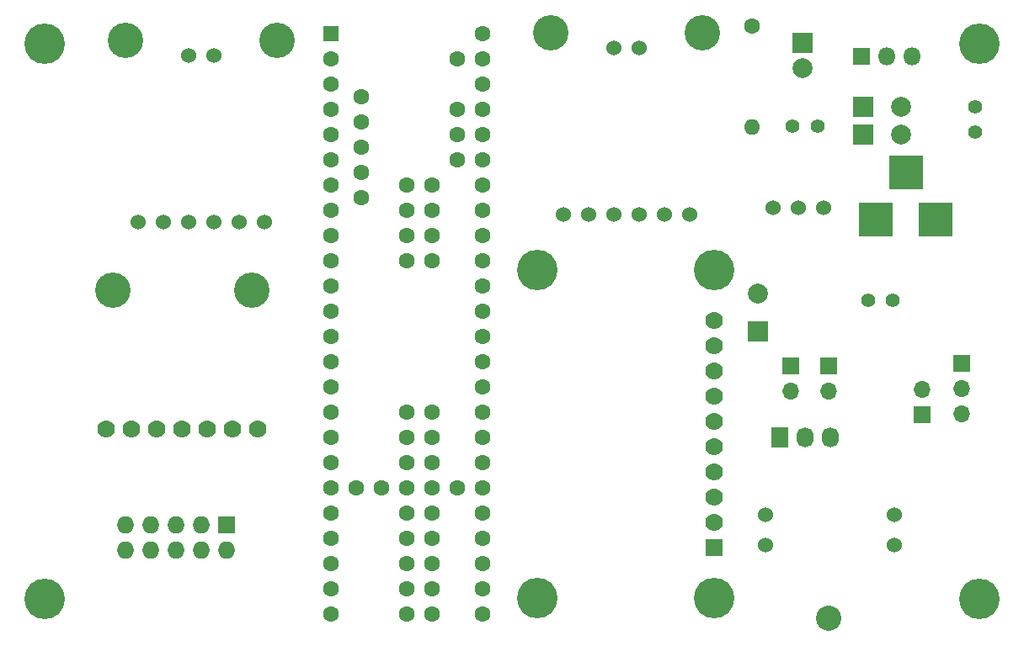
<source format=gbr>
G04 #@! TF.FileFunction,Soldermask,Bot*
%FSLAX46Y46*%
G04 Gerber Fmt 4.6, Leading zero omitted, Abs format (unit mm)*
G04 Created by KiCad (PCBNEW 4.0.6) date Monday, July 24, 2017 'PMt' 06:30:09 PM*
%MOMM*%
%LPD*%
G01*
G04 APERTURE LIST*
%ADD10C,0.100000*%
%ADD11C,4.064000*%
%ADD12C,1.778000*%
%ADD13R,1.778000X1.778000*%
%ADD14C,1.524000*%
%ADD15C,2.540000*%
%ADD16C,3.556000*%
%ADD17C,1.600000*%
%ADD18R,1.600000X1.600000*%
%ADD19R,3.500120X3.500120*%
%ADD20R,2.000000X2.000000*%
%ADD21C,2.000000*%
%ADD22R,1.727200X1.727200*%
%ADD23O,1.727200X1.727200*%
%ADD24R,1.727200X2.032000*%
%ADD25O,1.727200X2.032000*%
%ADD26O,1.600000X1.600000*%
%ADD27R,1.800000X1.800000*%
%ADD28O,1.800000X1.800000*%
%ADD29C,1.998980*%
%ADD30R,1.998980X1.998980*%
%ADD31R,1.700000X1.700000*%
%ADD32O,1.700000X1.700000*%
%ADD33C,1.400000*%
G04 APERTURE END LIST*
D10*
D11*
X158750000Y-103378000D03*
X158750000Y-136398000D03*
X176530000Y-136398000D03*
D12*
X176530000Y-121158000D03*
X176530000Y-123698000D03*
X176530000Y-126238000D03*
X176530000Y-128778000D03*
D13*
X176530000Y-131318000D03*
D12*
X176530000Y-118618000D03*
X176530000Y-116078000D03*
X176530000Y-113538000D03*
X176530000Y-110998000D03*
X176530000Y-108458000D03*
D11*
X176530000Y-103378000D03*
D14*
X194691000Y-131064000D03*
X181737000Y-131064000D03*
X181737000Y-128016000D03*
X194691000Y-128016000D03*
D15*
X188087000Y-138430000D03*
D14*
X169037000Y-81026000D03*
X166497000Y-81026000D03*
X161417000Y-97790000D03*
X163957000Y-97790000D03*
X166497000Y-97790000D03*
X169037000Y-97790000D03*
X171577000Y-97790000D03*
X174117000Y-97790000D03*
D16*
X160147000Y-79502000D03*
X175387000Y-79502000D03*
D14*
X126238000Y-81788000D03*
X123698000Y-81788000D03*
X118618000Y-98552000D03*
X121158000Y-98552000D03*
X123698000Y-98552000D03*
X126238000Y-98552000D03*
X128778000Y-98552000D03*
X131318000Y-98552000D03*
D16*
X117348000Y-80264000D03*
X132588000Y-80264000D03*
D17*
X138049000Y-120269000D03*
X138049000Y-122809000D03*
X138049000Y-125349000D03*
X138049000Y-127889000D03*
X138049000Y-117729000D03*
X138049000Y-115189000D03*
X138049000Y-112649000D03*
X138049000Y-130429000D03*
X138049000Y-132969000D03*
X138049000Y-135509000D03*
X138049000Y-138049000D03*
X140589000Y-125349000D03*
X143129000Y-125349000D03*
X145669000Y-125349000D03*
X148209000Y-125349000D03*
X150749000Y-125349000D03*
X153289000Y-138049000D03*
X153289000Y-135509000D03*
X153289000Y-132969000D03*
X153289000Y-130429000D03*
X153289000Y-127889000D03*
X153289000Y-125349000D03*
X153289000Y-122809000D03*
X153289000Y-120269000D03*
X138049000Y-110109000D03*
X138049000Y-107569000D03*
X138049000Y-105029000D03*
X138049000Y-102489000D03*
X138049000Y-99949000D03*
X138049000Y-97409000D03*
X138049000Y-94869000D03*
X138049000Y-92329000D03*
X138049000Y-89789000D03*
X138049000Y-87249000D03*
X138049000Y-84709000D03*
X138049000Y-82169000D03*
D18*
X138049000Y-79629000D03*
D17*
X153289000Y-117729000D03*
X153289000Y-115189000D03*
X153289000Y-112649000D03*
X153289000Y-110109000D03*
X153289000Y-107569000D03*
X153289000Y-105029000D03*
X153289000Y-102489000D03*
X153289000Y-99949000D03*
X153289000Y-97409000D03*
X153289000Y-94869000D03*
X153289000Y-92329000D03*
X153289000Y-89789000D03*
X153289000Y-87249000D03*
X153289000Y-84709000D03*
X153289000Y-82169000D03*
X153289000Y-79629000D03*
X150749000Y-82169000D03*
X150749000Y-87249000D03*
X150749000Y-89789000D03*
X150749000Y-92329000D03*
X145669000Y-94869000D03*
X145669000Y-97409000D03*
X145669000Y-99949000D03*
X145669000Y-102489000D03*
X145669000Y-117729000D03*
X145669000Y-120269000D03*
X145669000Y-122809000D03*
X145669000Y-127889000D03*
X145669000Y-130429000D03*
X145669000Y-132969000D03*
X145669000Y-135509000D03*
X145669000Y-138049000D03*
X148209000Y-138049000D03*
X148209000Y-135509000D03*
X148209000Y-132969000D03*
X148209000Y-130429000D03*
X148209000Y-127889000D03*
X148209000Y-122809000D03*
X148209000Y-120269000D03*
X148209000Y-117729000D03*
X148209000Y-102489000D03*
X148209000Y-99949000D03*
X148209000Y-97409000D03*
X148209000Y-94869000D03*
X141049000Y-85979000D03*
X141049000Y-88519000D03*
X141049000Y-91059000D03*
X141049000Y-93599000D03*
X141049000Y-96139000D03*
D16*
X130048000Y-105410000D03*
X116078000Y-105410000D03*
D12*
X123063000Y-119380000D03*
X125603000Y-119380000D03*
X128143000Y-119380000D03*
X130683000Y-119380000D03*
X120523000Y-119380000D03*
X117983000Y-119380000D03*
X115443000Y-119380000D03*
D19*
X192808860Y-98298000D03*
X198808340Y-98298000D03*
X195808600Y-93599000D03*
D20*
X185420000Y-80518000D03*
D21*
X185420000Y-83058000D03*
D22*
X127508000Y-129032000D03*
D23*
X127508000Y-131572000D03*
X124968000Y-129032000D03*
X124968000Y-131572000D03*
X122428000Y-129032000D03*
X122428000Y-131572000D03*
X119888000Y-129032000D03*
X119888000Y-131572000D03*
X117348000Y-129032000D03*
X117348000Y-131572000D03*
D24*
X183134000Y-120269000D03*
D25*
X185674000Y-120269000D03*
X188214000Y-120269000D03*
D17*
X180340000Y-78867000D03*
D26*
X180340000Y-89027000D03*
D14*
X185039000Y-97155000D03*
X187579000Y-97155000D03*
X182499000Y-97155000D03*
D27*
X191389000Y-81915000D03*
D28*
X193929000Y-81915000D03*
X196469000Y-81915000D03*
D11*
X109220000Y-80645000D03*
X109220000Y-136525000D03*
X203200000Y-136525000D03*
X203200000Y-80645000D03*
D29*
X180975000Y-105791000D03*
D30*
X180975000Y-109601000D03*
D29*
X195326000Y-86995000D03*
D30*
X191516000Y-86995000D03*
D29*
X195326000Y-89789000D03*
D30*
X191516000Y-89789000D03*
D31*
X184277000Y-113030000D03*
D32*
X184277000Y-115570000D03*
D31*
X188087000Y-113030000D03*
D32*
X188087000Y-115570000D03*
D31*
X201422000Y-112776000D03*
D32*
X201422000Y-115316000D03*
X201422000Y-117856000D03*
D31*
X197485000Y-117983000D03*
D32*
X197485000Y-115443000D03*
D33*
X202819000Y-86995000D03*
X202819000Y-89495000D03*
X186944000Y-88900000D03*
X184444000Y-88900000D03*
X192024000Y-106426000D03*
X194524000Y-106426000D03*
M02*

</source>
